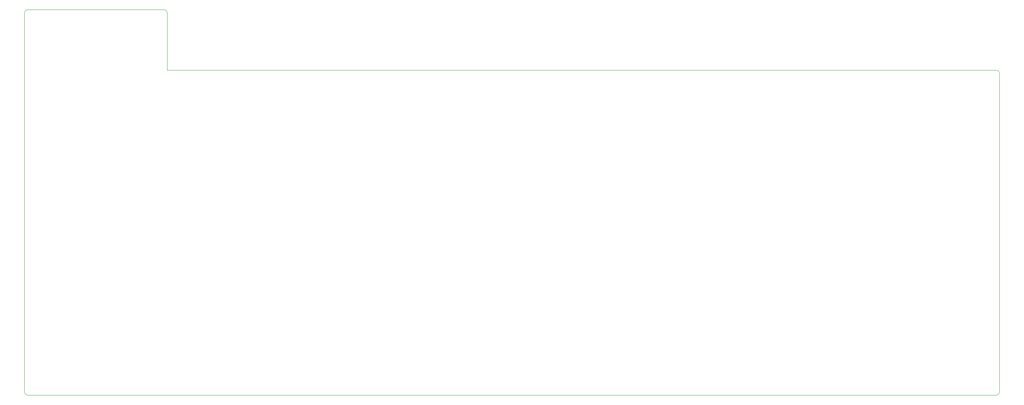
<source format=gbr>
G04 #@! TF.GenerationSoftware,KiCad,Pcbnew,5.1.12-84ad8e8a86~92~ubuntu20.04.1*
G04 #@! TF.CreationDate,2021-12-05T18:43:19-05:00*
G04 #@! TF.ProjectId,Keyboard_JPP,4b657962-6f61-4726-945f-4a50502e6b69,rev?*
G04 #@! TF.SameCoordinates,Original*
G04 #@! TF.FileFunction,Profile,NP*
%FSLAX46Y46*%
G04 Gerber Fmt 4.6, Leading zero omitted, Abs format (unit mm)*
G04 Created by KiCad (PCBNEW 5.1.12-84ad8e8a86~92~ubuntu20.04.1) date 2021-12-05 18:43:19*
%MOMM*%
%LPD*%
G01*
G04 APERTURE LIST*
G04 #@! TA.AperFunction,Profile*
%ADD10C,0.050000*%
G04 #@! TD*
G04 APERTURE END LIST*
D10*
X61722000Y-35306000D02*
G75*
G02*
X62484000Y-36068000I0J-762000D01*
G01*
X61722000Y-35306000D02*
X27940000Y-35306000D01*
X62484000Y-36068000D02*
X62484000Y-50292000D01*
X27178000Y-36068000D02*
G75*
G02*
X27940000Y-35306000I762000J0D01*
G01*
X27940000Y-130810000D02*
G75*
G02*
X27178000Y-130048000I0J762000D01*
G01*
X268224000Y-130048000D02*
G75*
G02*
X267462000Y-130810000I-762000J0D01*
G01*
X267462000Y-50292000D02*
G75*
G02*
X268224000Y-51054000I0J-762000D01*
G01*
X62484000Y-50292000D02*
X267462000Y-50292000D01*
X27178000Y-130048000D02*
X27178000Y-36068000D01*
X267462000Y-130810000D02*
X27940000Y-130810000D01*
X268224000Y-51054000D02*
X268224000Y-130048000D01*
M02*

</source>
